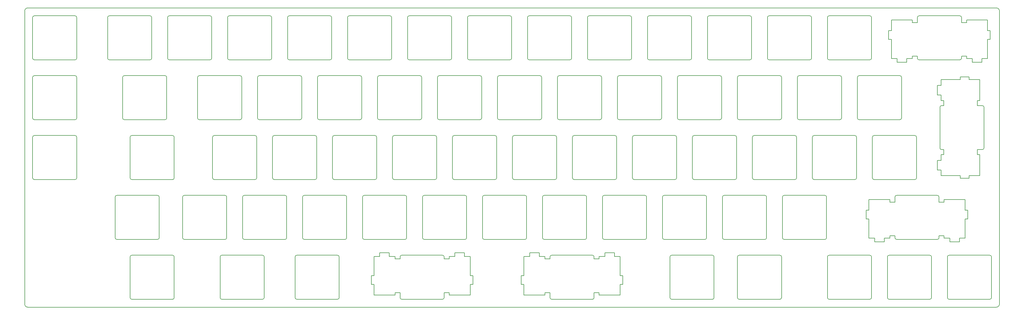
<source format=gbr>
%TF.GenerationSoftware,KiCad,Pcbnew,8.0.6*%
%TF.CreationDate,2024-12-02T20:52:06+01:00*%
%TF.ProjectId,plate,706c6174-652e-46b6-9963-61645f706362,rev?*%
%TF.SameCoordinates,Original*%
%TF.FileFunction,Profile,NP*%
%FSLAX46Y46*%
G04 Gerber Fmt 4.6, Leading zero omitted, Abs format (unit mm)*
G04 Created by KiCad (PCBNEW 8.0.6) date 2024-12-02 20:52:06*
%MOMM*%
%LPD*%
G01*
G04 APERTURE LIST*
%TA.AperFunction,Profile*%
%ADD10C,0.200000*%
%TD*%
G04 APERTURE END LIST*
D10*
X228713896Y-132832735D02*
G75*
G02*
X229213896Y-132332696I500004J35D01*
G01*
X281601396Y-184432735D02*
G75*
G02*
X281101365Y-183932735I4J500035D01*
G01*
X327693646Y-164986735D02*
X327693646Y-166155135D01*
X141107646Y-184432735D02*
G75*
G02*
X140607665Y-183932735I54J500035D01*
G01*
X324463896Y-146332735D02*
G75*
G02*
X323963865Y-145832735I4J500035D01*
G01*
X204901396Y-113782735D02*
G75*
G02*
X205401396Y-113282696I500004J35D01*
G01*
X181588896Y-165382735D02*
G75*
G02*
X181088865Y-164882735I4J500035D01*
G01*
X329226396Y-184432735D02*
G75*
G02*
X328726365Y-183932735I4J500035D01*
G01*
X235570146Y-171616135D02*
X237180746Y-171616135D01*
X180301396Y-113282735D02*
G75*
G02*
X180801365Y-113782735I4J-499965D01*
G01*
X286363896Y-146332735D02*
X299363896Y-146332735D01*
X133963896Y-132332735D02*
X146963896Y-132332735D01*
X237180746Y-170828735D02*
X238984146Y-170828735D01*
X346578546Y-121197135D02*
X345791146Y-121197135D01*
X194407146Y-170828735D02*
X196210546Y-170828735D01*
X359395146Y-136307735D02*
X359395146Y-123307735D01*
X200638896Y-165382735D02*
X213638896Y-165382735D01*
X138226396Y-94732735D02*
X138226396Y-107732735D01*
X281601396Y-184432735D02*
X294601396Y-184432735D01*
X102220146Y-170932735D02*
X102220146Y-183932735D01*
X262551396Y-113282735D02*
X275551396Y-113282735D01*
X228426396Y-94732735D02*
X228426396Y-107732735D01*
X171276396Y-107732735D02*
G75*
G02*
X170776396Y-108232696I-499996J35D01*
G01*
X116795146Y-170932735D02*
G75*
G02*
X117295146Y-170432746I499954J35D01*
G01*
X128413896Y-145832735D02*
G75*
G02*
X127913896Y-146332696I-499996J35D01*
G01*
X281101396Y-113782735D02*
X281101396Y-126782735D01*
X266526396Y-94732735D02*
X266526396Y-107732735D01*
X281601396Y-113282735D02*
X294601396Y-113282735D01*
X358084746Y-138418336D02*
X357271946Y-138418335D01*
X83957646Y-165382735D02*
G75*
G02*
X83457665Y-164882735I54J500035D01*
G01*
X358084746Y-145073135D02*
X358084746Y-138418336D01*
X187945146Y-182309535D02*
X187945146Y-183932735D01*
X172063896Y-146332735D02*
G75*
G02*
X171563865Y-145832735I4J500035D01*
G01*
X353373046Y-156096735D02*
X353373046Y-152693135D01*
X180801396Y-126782735D02*
G75*
G02*
X180301396Y-127282696I-499996J35D01*
G01*
X261263896Y-132332735D02*
G75*
G02*
X261763865Y-132832735I4J-499965D01*
G01*
X276051396Y-113782735D02*
X276051396Y-126782735D01*
X114913896Y-146332735D02*
G75*
G02*
X114413865Y-145832735I4J500035D01*
G01*
X212441146Y-179718735D02*
X213304746Y-179718735D01*
X156988896Y-164882735D02*
G75*
G02*
X156488896Y-165382696I-499996J35D01*
G01*
X342226396Y-170432735D02*
G75*
G02*
X342726365Y-170932735I4J-499965D01*
G01*
X109651396Y-113782735D02*
X109651396Y-126782735D01*
X154607646Y-170932735D02*
X154607646Y-183932735D01*
X248263896Y-146332735D02*
X261263896Y-146332735D01*
X88720146Y-184432735D02*
G75*
G02*
X88220165Y-183932735I54J500035D01*
G01*
X336640796Y-107049335D02*
X336640796Y-107836735D01*
X351887146Y-114542335D02*
X351887146Y-113678736D01*
X309388896Y-164882735D02*
G75*
G02*
X308888896Y-165382696I-499996J35D01*
G01*
X133176396Y-107732735D02*
G75*
G02*
X132676396Y-108232696I-499996J35D01*
G01*
X185851396Y-113782735D02*
X185851396Y-126782735D01*
X267313896Y-146332735D02*
G75*
G02*
X266813865Y-145832735I4J500035D01*
G01*
X204901396Y-113782735D02*
X204901396Y-126782735D01*
X358084746Y-121197135D02*
X357271946Y-121197135D01*
X289838896Y-151382735D02*
G75*
G02*
X290338865Y-151882735I4J-499965D01*
G01*
X114413896Y-132832735D02*
X114413896Y-145832735D01*
X219959546Y-183122335D02*
X219959546Y-182309535D01*
X224451396Y-127282735D02*
X237451396Y-127282735D01*
X157776396Y-108232735D02*
G75*
G02*
X157276365Y-107732735I4J500035D01*
G01*
X252526396Y-94732735D02*
X252526396Y-107732735D01*
X257288896Y-151882735D02*
G75*
G02*
X257788896Y-151382696I500004J35D01*
G01*
X101720146Y-170432735D02*
G75*
G02*
X102220165Y-170932735I-46J-500065D01*
G01*
X57763896Y-146332735D02*
G75*
G02*
X57263865Y-145832735I4J500035D01*
G01*
X286363896Y-132332735D02*
X299363896Y-132332735D01*
X114126396Y-107732735D02*
G75*
G02*
X113626396Y-108232696I-499996J35D01*
G01*
X154107646Y-170432735D02*
G75*
G02*
X154607665Y-170932735I-46J-500065D01*
G01*
X199851396Y-126782735D02*
G75*
G02*
X199351396Y-127282696I-499996J35D01*
G01*
X166513896Y-145832735D02*
G75*
G02*
X166013896Y-146332696I-499996J35D01*
G01*
X124438896Y-151382735D02*
X137438896Y-151382735D01*
X321978647Y-158890735D02*
X321978646Y-156096735D01*
X310176396Y-94232735D02*
X323176396Y-94232735D01*
X352251795Y-107732735D02*
X352252199Y-107049335D01*
X345107646Y-164882735D02*
G75*
G02*
X344607646Y-165382746I-499946J-65D01*
G01*
X238238896Y-151882735D02*
G75*
G02*
X238738896Y-151382696I500004J35D01*
G01*
X205401396Y-113282735D02*
X218401396Y-113282735D01*
X329497046Y-164199335D02*
X329497046Y-164986735D01*
X102220146Y-145832735D02*
G75*
G02*
X101720146Y-146332746I-499946J-65D01*
G01*
X55738896Y-186957735D02*
G75*
G02*
X54738865Y-185957735I4J1000035D01*
G01*
X271576396Y-94732735D02*
G75*
G02*
X272076396Y-94232696I500004J35D01*
G01*
X119176396Y-94732735D02*
G75*
G02*
X119676396Y-94232696I500004J35D01*
G01*
X304913896Y-132832735D02*
X304913896Y-145832735D01*
X299863896Y-132832735D02*
X299863896Y-145832735D01*
X191359146Y-170828735D02*
X191359146Y-169660335D01*
X114413896Y-132832735D02*
G75*
G02*
X114913896Y-132332696I500004J35D01*
G01*
X88720146Y-132332735D02*
X101720146Y-132332735D01*
X176826396Y-108232735D02*
G75*
G02*
X176326365Y-107732735I4J500035D01*
G01*
X165679746Y-170828735D02*
X165679746Y-176924735D01*
X345791147Y-138418335D02*
X345791146Y-140221735D01*
X267313896Y-132332735D02*
X280313896Y-132332735D01*
X242213896Y-132332735D02*
G75*
G02*
X242713865Y-132832735I4J-499965D01*
G01*
X261763896Y-132832735D02*
X261763896Y-145832735D01*
X290338896Y-164882735D02*
G75*
G02*
X289838896Y-165382696I-499996J35D01*
G01*
X295888896Y-165382735D02*
X308888896Y-165382735D01*
X348276396Y-184432735D02*
X361276396Y-184432735D01*
X88220146Y-132832735D02*
G75*
G02*
X88720146Y-132332746I499954J35D01*
G01*
X247763896Y-132832735D02*
X247763896Y-145832735D01*
X260170146Y-184432735D02*
G75*
G02*
X259670165Y-183932735I54J500035D01*
G01*
X359395146Y-136307735D02*
G75*
G02*
X358895146Y-136807646I-500046J135D01*
G01*
X57263896Y-113782735D02*
X57263896Y-126782735D01*
X102220146Y-183932735D02*
G75*
G02*
X101720146Y-184432746I-499946J-65D01*
G01*
X351751396Y-94232735D02*
X338751396Y-94232735D01*
X142988896Y-151882735D02*
X142988896Y-164882735D01*
X195876396Y-94232735D02*
X208876396Y-94232735D01*
X130795146Y-170932735D02*
X130795146Y-183932735D01*
X275551396Y-113282735D02*
G75*
G02*
X276051365Y-113782735I4J-499965D01*
G01*
X181588896Y-151382735D02*
X194588896Y-151382735D01*
X170776396Y-94232735D02*
G75*
G02*
X171276365Y-94732735I4J-499965D01*
G01*
X233476396Y-94732735D02*
X233476396Y-107732735D01*
X200138896Y-151882735D02*
X200138896Y-164882735D01*
X360516796Y-101740735D02*
X361380396Y-101740735D01*
X164816146Y-179718735D02*
X165679746Y-179718735D01*
X191113896Y-146332735D02*
X204113896Y-146332735D01*
X314151396Y-126782735D02*
G75*
G02*
X313651396Y-127282696I-499996J35D01*
G01*
X329985996Y-101740735D02*
X329122397Y-101740735D01*
X272076396Y-108232735D02*
G75*
G02*
X271576365Y-107732735I4J500035D01*
G01*
X166013896Y-132332735D02*
G75*
G02*
X166513865Y-132832735I4J-499965D01*
G01*
X346718246Y-164199336D02*
X346718246Y-164986734D01*
X331107645Y-164199335D02*
X329497046Y-164199335D01*
X123651396Y-126782735D02*
G75*
G02*
X123151396Y-127282696I-499996J35D01*
G01*
X271288896Y-164882735D02*
G75*
G02*
X270788896Y-165382696I-499996J35D01*
G01*
X357271946Y-138418335D02*
X357269191Y-136807735D01*
X237180746Y-183122335D02*
X237180746Y-182309535D01*
X218156146Y-170828735D02*
X218156146Y-169660335D01*
X295101396Y-170932735D02*
X295101396Y-183932735D01*
X110151396Y-113282735D02*
X123151396Y-113282735D01*
X323963896Y-132832735D02*
G75*
G02*
X324463896Y-132332696I500004J35D01*
G01*
X171276396Y-94732735D02*
X171276396Y-107732735D01*
X329122396Y-98946735D02*
X329985996Y-98946736D01*
X148251396Y-127282735D02*
X161251396Y-127282735D01*
X190326396Y-107732735D02*
G75*
G02*
X189826396Y-108232696I-499996J35D01*
G01*
X285863896Y-132832735D02*
G75*
G02*
X286363896Y-132332696I500004J35D01*
G01*
X162538896Y-165382735D02*
X175538896Y-165382735D01*
X310176396Y-184432735D02*
X323176396Y-184432735D01*
X156988896Y-151882735D02*
X156988896Y-164882735D01*
X161751396Y-126782735D02*
G75*
G02*
X161251396Y-127282696I-499996J35D01*
G01*
X57763896Y-127282735D02*
G75*
G02*
X57263865Y-126782735I4J500035D01*
G01*
X221569747Y-171616135D02*
X219959546Y-171616135D01*
X85838896Y-113782735D02*
X85838896Y-126782735D01*
X361776396Y-170932735D02*
X361776396Y-183932735D01*
X243001396Y-113782735D02*
X243001396Y-126782735D01*
X186351396Y-127282735D02*
G75*
G02*
X185851365Y-126782735I4J500035D01*
G01*
X96957646Y-151382735D02*
G75*
G02*
X97457665Y-151882735I-46J-500065D01*
G01*
X129201396Y-127282735D02*
G75*
G02*
X128701365Y-126782735I4J500035D01*
G01*
X259670146Y-170932735D02*
G75*
G02*
X260170146Y-170432746I499954J35D01*
G01*
X351887146Y-145936735D02*
X354681145Y-145936735D01*
X176038896Y-164882735D02*
G75*
G02*
X175538896Y-165382696I-499996J35D01*
G01*
X346578545Y-136808134D02*
X346578545Y-138418335D01*
X323676396Y-94732735D02*
X323676396Y-107732735D01*
X167483146Y-169660335D02*
X167483146Y-170828735D01*
X189555746Y-170828735D02*
X191359146Y-170828735D01*
X100126396Y-94732735D02*
X100126396Y-107732735D01*
X195876396Y-108232735D02*
X208876396Y-108232735D01*
X204613896Y-132832735D02*
X204613896Y-145832735D01*
X346718246Y-164986734D02*
X348521646Y-164986735D01*
X143488896Y-151382735D02*
X156488896Y-151382735D01*
X322842246Y-164986735D02*
X322842246Y-158890735D01*
X102220146Y-132832735D02*
X102220146Y-145832735D01*
X300651396Y-113282735D02*
X313651396Y-113282735D01*
X162038896Y-151882735D02*
G75*
G02*
X162538896Y-151382696I500004J35D01*
G01*
X232688896Y-151382735D02*
G75*
G02*
X233188865Y-151882735I4J-499965D01*
G01*
X162038896Y-151882735D02*
X162038896Y-164882735D01*
X137938896Y-151882735D02*
X137938896Y-164882735D01*
X337963896Y-132832735D02*
X337963896Y-145832735D01*
X153013896Y-132332735D02*
X166013896Y-132332735D01*
X272076396Y-108232735D02*
X285076396Y-108232735D01*
X229213896Y-146332735D02*
G75*
G02*
X228713865Y-145832735I4J500035D01*
G01*
X70763896Y-132332735D02*
G75*
G02*
X71263865Y-132832735I4J-499965D01*
G01*
X88220146Y-170932735D02*
X88220146Y-183932735D01*
X329122397Y-101740735D02*
X329122396Y-98946735D01*
X300151396Y-113782735D02*
X300151396Y-126782735D01*
X238238896Y-151882735D02*
X238238896Y-164882735D01*
X338251396Y-94732735D02*
G75*
G02*
X338751396Y-94232696I500004J35D01*
G01*
X348276396Y-170432735D02*
X361276396Y-170432735D01*
X57263896Y-94732735D02*
X57263896Y-107732735D01*
X105388896Y-165382735D02*
G75*
G02*
X104888865Y-164882735I4J500035D01*
G01*
X276338896Y-151882735D02*
X276338896Y-164882735D01*
X153013896Y-146332735D02*
X166013896Y-146332735D01*
X346718246Y-153505935D02*
X345107646Y-153508690D01*
X286363896Y-146332735D02*
G75*
G02*
X285863865Y-145832735I4J500035D01*
G01*
X186351396Y-127282735D02*
X199351396Y-127282735D01*
X157276396Y-94732735D02*
X157276396Y-107732735D01*
X143488896Y-165382735D02*
G75*
G02*
X142988865Y-164882735I4J500035D01*
G01*
X110151396Y-127282735D02*
G75*
G02*
X109651365Y-126782735I4J500035D01*
G01*
X229213896Y-132332735D02*
X242213896Y-132332735D01*
X88220146Y-170932735D02*
G75*
G02*
X88720146Y-170432746I499954J35D01*
G01*
X57763896Y-146332735D02*
X70763896Y-146332735D01*
X309676396Y-170932735D02*
G75*
G02*
X310176396Y-170432696I500004J35D01*
G01*
X165679746Y-176924735D02*
X164816146Y-176924735D01*
X267313896Y-146332735D02*
X280313896Y-146332735D01*
X57763896Y-132332735D02*
X70763896Y-132332735D01*
X212441146Y-176924735D02*
X212441146Y-179718735D01*
X137438896Y-151382735D02*
G75*
G02*
X137938865Y-151882735I4J-499965D01*
G01*
X305413896Y-146332735D02*
X318413896Y-146332735D01*
X243835546Y-170828735D02*
X243835546Y-176924735D01*
X272076396Y-94232735D02*
X285076396Y-94232735D01*
X304626396Y-107732735D02*
G75*
G02*
X304126396Y-108232696I-499996J35D01*
G01*
X88720146Y-146332735D02*
G75*
G02*
X88220165Y-145832735I54J500035D01*
G01*
X167301396Y-113282735D02*
X180301396Y-113282735D01*
X156488896Y-151382735D02*
G75*
G02*
X156988865Y-151882735I4J-499965D01*
G01*
X181088896Y-151882735D02*
X181088896Y-164882735D01*
X291126396Y-108232735D02*
G75*
G02*
X290626365Y-107732735I4J500035D01*
G01*
X109651396Y-113782735D02*
G75*
G02*
X110151396Y-113282696I500004J35D01*
G01*
X124438896Y-165382735D02*
X137438896Y-165382735D01*
X256501396Y-113282735D02*
G75*
G02*
X257001365Y-113782735I4J-499965D01*
G01*
X228426396Y-107732735D02*
G75*
G02*
X227926396Y-108232696I-499996J35D01*
G01*
X336640796Y-107836735D02*
X334837396Y-107836735D01*
X114913896Y-132332735D02*
X127913896Y-132332735D01*
X119176396Y-94732735D02*
X119176396Y-107732735D01*
X187945146Y-183932735D02*
G75*
G02*
X187445146Y-184432746I-499946J-65D01*
G01*
X101720146Y-132332735D02*
G75*
G02*
X102220165Y-132832735I-46J-500065D01*
G01*
X214138896Y-151882735D02*
X214138896Y-164882735D01*
X319701396Y-127282735D02*
X332701396Y-127282735D01*
X173944747Y-171616135D02*
X172334546Y-171616135D01*
X238738896Y-151382735D02*
X251738896Y-151382735D01*
X310176396Y-184432735D02*
G75*
G02*
X309676365Y-183932735I4J500035D01*
G01*
X345791146Y-116345734D02*
X345791146Y-114542335D01*
X176326396Y-94732735D02*
X176326396Y-107732735D01*
X71263896Y-113782735D02*
X71263896Y-126782735D01*
X310176396Y-108232735D02*
X323176396Y-108232735D01*
X333201396Y-126782735D02*
G75*
G02*
X332701396Y-127282696I-499996J35D01*
G01*
X189555746Y-171616135D02*
X189555746Y-170828735D01*
X146963896Y-132332735D02*
G75*
G02*
X147463865Y-132832735I4J-499965D01*
G01*
X295888896Y-165382735D02*
G75*
G02*
X295388865Y-164882735I4J500035D01*
G01*
X223663896Y-145832735D02*
G75*
G02*
X223163896Y-146332696I-499996J35D01*
G01*
X209663896Y-132832735D02*
X209663896Y-145832735D01*
X354681145Y-145936735D02*
X354681146Y-145073135D01*
X337963896Y-145832735D02*
G75*
G02*
X337463896Y-146332696I-499996J35D01*
G01*
X361276396Y-170432735D02*
G75*
G02*
X361776365Y-170932735I4J-499965D01*
G01*
X345395146Y-123307735D02*
G75*
G02*
X345895146Y-122807746I500054J-65D01*
G01*
X214926396Y-108232735D02*
G75*
G02*
X214426365Y-107732735I4J500035D01*
G01*
X338251396Y-107732735D02*
X338251395Y-107049335D01*
X118888896Y-151882735D02*
X118888896Y-164882735D01*
X361776396Y-183932735D02*
G75*
G02*
X361276396Y-184432696I-499996J35D01*
G01*
X257001396Y-113782735D02*
X257001396Y-126782735D01*
X248263896Y-146332735D02*
G75*
G02*
X247763865Y-145832735I4J500035D01*
G01*
X189555746Y-183122335D02*
X189555746Y-182309535D01*
X138726396Y-94232735D02*
X151726396Y-94232735D01*
X253026396Y-94232735D02*
X266026396Y-94232735D01*
X124438896Y-165382735D02*
G75*
G02*
X123938865Y-164882735I4J500035D01*
G01*
X204113896Y-132332735D02*
G75*
G02*
X204613865Y-132832735I4J-499965D01*
G01*
X233976396Y-108232735D02*
G75*
G02*
X233476365Y-107732735I4J500035D01*
G01*
X176038896Y-151882735D02*
X176038896Y-164882735D01*
X329226396Y-184432735D02*
X342226396Y-184432735D01*
X242032146Y-170828735D02*
X243835546Y-170828735D01*
X246976396Y-94232735D02*
G75*
G02*
X247476365Y-94732735I4J-499965D01*
G01*
X345895146Y-122807735D02*
X346578546Y-122807734D01*
X273670146Y-183932735D02*
G75*
G02*
X273170146Y-184432746I-499946J-65D01*
G01*
X83957646Y-151382735D02*
X96957646Y-151382735D01*
X180801396Y-113782735D02*
X180801396Y-126782735D01*
X181588896Y-165382735D02*
X194588896Y-165382735D01*
X345791146Y-145073135D02*
X351887146Y-145073135D01*
X167483146Y-170828735D02*
X165679746Y-170828735D01*
X338751396Y-108232735D02*
G75*
G02*
X338251365Y-107732735I104J500135D01*
G01*
X221570146Y-170932735D02*
G75*
G02*
X222070146Y-170432746I499954J35D01*
G01*
X152513896Y-132832735D02*
G75*
G02*
X153013896Y-132332696I500004J35D01*
G01*
X294601396Y-113282735D02*
G75*
G02*
X295101365Y-113782735I4J-499965D01*
G01*
X174445146Y-170432735D02*
X187445146Y-170432735D01*
X261763896Y-145832735D02*
G75*
G02*
X261263896Y-146332696I-499996J35D01*
G01*
X334837396Y-109005135D02*
X331789396Y-109005135D01*
X338251396Y-96355935D02*
X338251396Y-94732735D01*
X244699146Y-179718735D02*
X243835546Y-179718735D01*
X209663896Y-132832735D02*
G75*
G02*
X210163896Y-132332696I500004J35D01*
G01*
X114913896Y-146332735D02*
X127913896Y-146332735D01*
X243501396Y-127282735D02*
X256501396Y-127282735D01*
X237180746Y-182309535D02*
X235570146Y-182309535D01*
X295388896Y-151882735D02*
X295388896Y-164882735D01*
X271288896Y-151882735D02*
X271288896Y-164882735D01*
X199851396Y-113782735D02*
X199851396Y-126782735D01*
X300651396Y-127282735D02*
X313651396Y-127282735D01*
X329985996Y-98946735D02*
X329985996Y-95543135D01*
X55738896Y-91707735D02*
X363301396Y-91707735D01*
X123938896Y-151882735D02*
G75*
G02*
X124438896Y-151382696I500004J35D01*
G01*
X266813896Y-132832735D02*
X266813896Y-145832735D01*
X305413896Y-146332735D02*
G75*
G02*
X304913865Y-145832735I4J500035D01*
G01*
X186351396Y-113282735D02*
X199351396Y-113282735D01*
X299363896Y-132332735D02*
G75*
G02*
X299863865Y-132832735I4J-499965D01*
G01*
X95076396Y-107732735D02*
G75*
G02*
X94576396Y-108232696I-499996J35D01*
G01*
X351887146Y-113678736D02*
X354681146Y-113678735D01*
X305413896Y-132332735D02*
X318413896Y-132332735D01*
X209376396Y-107732735D02*
G75*
G02*
X208876396Y-108232696I-499996J35D01*
G01*
X348521646Y-164986735D02*
X348521645Y-166155135D01*
X323963896Y-132832735D02*
X323963896Y-145832735D01*
X243835546Y-183122335D02*
X237180746Y-183122335D01*
X300651396Y-127282735D02*
G75*
G02*
X300151365Y-126782735I4J500035D01*
G01*
X195088896Y-151882735D02*
X195088896Y-164882735D01*
X309676396Y-94732735D02*
G75*
G02*
X310176396Y-94232696I500004J35D01*
G01*
X329226396Y-170432735D02*
X342226396Y-170432735D01*
X281101396Y-113782735D02*
G75*
G02*
X281601396Y-113282696I500004J35D01*
G01*
X57763896Y-127282735D02*
X70763896Y-127282735D01*
X133963896Y-146332735D02*
X146963896Y-146332735D01*
X147463896Y-132832735D02*
X147463896Y-145832735D01*
X187945146Y-171616135D02*
X189555746Y-171616135D01*
X189826396Y-94232735D02*
G75*
G02*
X190326365Y-94732735I4J-499965D01*
G01*
X353373046Y-164986735D02*
X353373046Y-158890735D01*
X133963896Y-146332735D02*
G75*
G02*
X133463865Y-145832735I4J500035D01*
G01*
X259670146Y-170932735D02*
X259670146Y-183932735D01*
X215108146Y-169660335D02*
X215108146Y-170828735D01*
X71263896Y-107732735D02*
G75*
G02*
X70763896Y-108232696I-499996J35D01*
G01*
X319701396Y-127282735D02*
G75*
G02*
X319201365Y-126782735I4J500035D01*
G01*
X191359146Y-169660335D02*
X194407146Y-169660335D01*
X243835546Y-179718735D02*
X243835546Y-183122335D01*
X55738896Y-186957735D02*
X363301396Y-186957735D01*
X290626396Y-94732735D02*
X290626396Y-107732735D01*
X235570146Y-182309535D02*
X235570146Y-183932735D01*
X344607646Y-151382735D02*
X331607646Y-151382735D01*
X336640796Y-95543135D02*
X336640796Y-96355935D01*
X142988896Y-151882735D02*
G75*
G02*
X143488896Y-151382696I500004J35D01*
G01*
X213304746Y-176924735D02*
X212441146Y-176924735D01*
X247476396Y-94732735D02*
X247476396Y-107732735D01*
X142701396Y-126782735D02*
G75*
G02*
X142201396Y-127282696I-499996J35D01*
G01*
X190613896Y-132832735D02*
X190613896Y-145832735D01*
X304913896Y-132832735D02*
G75*
G02*
X305413896Y-132332696I500004J35D01*
G01*
X218901396Y-126782735D02*
G75*
G02*
X218401396Y-127282696I-499996J35D01*
G01*
X219959546Y-171616135D02*
X219959546Y-170828735D01*
X354681146Y-145073135D02*
X358084746Y-145073135D01*
X208876396Y-94232735D02*
G75*
G02*
X209376365Y-94732735I4J-499965D01*
G01*
X221570146Y-182306780D02*
X221570146Y-183932735D01*
X346578545Y-138418335D02*
X345791147Y-138418335D01*
X345791146Y-140221735D02*
X344622746Y-140221734D01*
X172063896Y-146332735D02*
X185063896Y-146332735D01*
X310176396Y-108232735D02*
G75*
G02*
X309676365Y-107732735I4J500035D01*
G01*
X127913896Y-132332735D02*
G75*
G02*
X128413865Y-132832735I4J-499965D01*
G01*
X153013896Y-146332735D02*
G75*
G02*
X152513865Y-145832735I4J500035D01*
G01*
X294601396Y-170432735D02*
G75*
G02*
X295101365Y-170932735I4J-499965D01*
G01*
X329985996Y-107836735D02*
X329985996Y-101740735D01*
X344607646Y-151382735D02*
G75*
G02*
X345107665Y-151882735I-46J-500065D01*
G01*
X86338896Y-127282735D02*
X99338896Y-127282735D01*
X242713896Y-132832735D02*
X242713896Y-145832735D01*
X117295146Y-184432735D02*
X130295146Y-184432735D01*
X147751396Y-113782735D02*
G75*
G02*
X148251396Y-113282696I500004J35D01*
G01*
X235070146Y-170432735D02*
G75*
G02*
X235570165Y-170932735I-46J-500065D01*
G01*
X81576396Y-108232735D02*
X94576396Y-108232735D01*
X329985996Y-95543135D02*
X336640796Y-95543135D01*
X331107646Y-151882735D02*
G75*
G02*
X331607646Y-151382746I499954J35D01*
G01*
X123151396Y-113282735D02*
G75*
G02*
X123651365Y-113782735I4J-499965D01*
G01*
X358084746Y-114542335D02*
X358084746Y-121197135D01*
X94576396Y-94232735D02*
G75*
G02*
X95076365Y-94732735I4J-499965D01*
G01*
X110151396Y-127282735D02*
X123151396Y-127282735D01*
X191113896Y-132332735D02*
X204113896Y-132332735D01*
X353861996Y-107836734D02*
X355665396Y-107836735D01*
X161751396Y-113782735D02*
X161751396Y-126782735D01*
X324463896Y-146332735D02*
X337463896Y-146332735D01*
X71263896Y-132832735D02*
X71263896Y-145832735D01*
X342726396Y-170932735D02*
X342726396Y-183932735D01*
X142201396Y-113282735D02*
G75*
G02*
X142701365Y-113782735I4J-499965D01*
G01*
X214926396Y-94232735D02*
X227926396Y-94232735D01*
X228713896Y-132832735D02*
X228713896Y-145832735D01*
X295101396Y-113782735D02*
X295101396Y-126782735D01*
X128701396Y-113782735D02*
X128701396Y-126782735D01*
X133463896Y-132832735D02*
G75*
G02*
X133963896Y-132332696I500004J35D01*
G01*
X262551396Y-127282735D02*
X275551396Y-127282735D01*
X214926396Y-108232735D02*
X227926396Y-108232735D01*
X210163896Y-132332735D02*
X223163896Y-132332735D01*
X190613896Y-132832735D02*
G75*
G02*
X191113896Y-132332696I500004J35D01*
G01*
X219959546Y-182309535D02*
X221570146Y-182306780D01*
X189555746Y-182309535D02*
X187945146Y-182309535D01*
X81576396Y-94232735D02*
X94576396Y-94232735D01*
X219688896Y-165382735D02*
X232688896Y-165382735D01*
X257288896Y-151882735D02*
X257288896Y-164882735D01*
X223951396Y-113782735D02*
G75*
G02*
X224451396Y-113282696I500004J35D01*
G01*
X358895146Y-122807735D02*
G75*
G02*
X359395165Y-123307735I54J-499965D01*
G01*
X176826396Y-108232735D02*
X189826396Y-108232735D01*
X187945146Y-170932735D02*
X187945146Y-171616135D01*
X345108045Y-164199336D02*
X346718246Y-164199336D01*
X100626396Y-108232735D02*
X113626396Y-108232735D01*
X262051396Y-113782735D02*
G75*
G02*
X262551396Y-113282696I500004J35D01*
G01*
X354681146Y-114542335D02*
X358084746Y-114542335D01*
X222070146Y-170432735D02*
X235070146Y-170432735D01*
X309676396Y-94732735D02*
X309676396Y-107732735D01*
X205401396Y-127282735D02*
X218401396Y-127282735D01*
X196210546Y-179718735D02*
X196210546Y-183122335D01*
X357271946Y-122807735D02*
X358895146Y-122807735D01*
X295388896Y-151882735D02*
G75*
G02*
X295888896Y-151382696I500004J35D01*
G01*
X213638896Y-151382735D02*
G75*
G02*
X214138865Y-151882735I4J-499965D01*
G01*
X164816146Y-176924735D02*
X164816146Y-179718735D01*
X354681146Y-113678735D02*
X354681145Y-114542335D01*
X185851396Y-113782735D02*
G75*
G02*
X186351396Y-113282696I500004J35D01*
G01*
X324463896Y-132332735D02*
X337463896Y-132332735D01*
X309388896Y-151882735D02*
X309388896Y-164882735D01*
X190326396Y-94732735D02*
X190326396Y-107732735D01*
X354236646Y-156096736D02*
X353373046Y-156096735D01*
X242032146Y-169660335D02*
X242032146Y-170828735D01*
X257788896Y-151382735D02*
X270788896Y-151382735D01*
X329497046Y-152693135D02*
X329497046Y-153505935D01*
X88720146Y-146332735D02*
X101720146Y-146332735D01*
X344622746Y-143269735D02*
X345791146Y-143269735D01*
X238984146Y-169660335D02*
X242032146Y-169660335D01*
X353373046Y-158890735D02*
X354236646Y-158890735D01*
X323176396Y-94232735D02*
G75*
G02*
X323676365Y-94732735I4J-499965D01*
G01*
X70763896Y-94232735D02*
G75*
G02*
X71263865Y-94732735I4J-499965D01*
G01*
X224451396Y-127282735D02*
G75*
G02*
X223951365Y-126782735I4J500035D01*
G01*
X57263896Y-132832735D02*
G75*
G02*
X57763896Y-132332696I500004J35D01*
G01*
X113626396Y-94232735D02*
G75*
G02*
X114126365Y-94732735I4J-499965D01*
G01*
X262551396Y-127282735D02*
G75*
G02*
X262051365Y-126782735I4J500035D01*
G01*
X117295146Y-184432735D02*
G75*
G02*
X116795165Y-183932735I54J500035D01*
G01*
X185563896Y-145832735D02*
G75*
G02*
X185063896Y-146332696I-499996J35D01*
G01*
X243001396Y-113782735D02*
G75*
G02*
X243501396Y-113282696I500004J35D01*
G01*
X244699146Y-176924735D02*
X244699146Y-179718735D01*
X147463896Y-145832735D02*
G75*
G02*
X146963896Y-146332696I-499996J35D01*
G01*
X271576396Y-94732735D02*
X271576396Y-107732735D01*
X229213896Y-146332735D02*
X242213896Y-146332735D01*
X348521645Y-166155135D02*
X351569646Y-166155135D01*
X200138896Y-151882735D02*
G75*
G02*
X200638896Y-151382696I500004J35D01*
G01*
X116795146Y-170932735D02*
X116795146Y-183932735D01*
X218401396Y-113282735D02*
G75*
G02*
X218901365Y-113782735I4J-499965D01*
G01*
X328726396Y-170932735D02*
G75*
G02*
X329226396Y-170432696I500004J35D01*
G01*
X238984146Y-170828735D02*
X238984146Y-169660335D01*
X129201396Y-113282735D02*
X142201396Y-113282735D01*
X355665395Y-109005135D02*
X358713396Y-109005135D01*
X353861996Y-96355935D02*
X352251396Y-96358690D01*
X167301396Y-127282735D02*
G75*
G02*
X166801365Y-126782735I4J500035D01*
G01*
X83957646Y-165382735D02*
X96957646Y-165382735D01*
X295101396Y-183932735D02*
G75*
G02*
X294601396Y-184432696I-499996J35D01*
G01*
X252526396Y-94732735D02*
G75*
G02*
X253026396Y-94232696I500004J35D01*
G01*
X344622746Y-119393735D02*
X344622746Y-116345735D01*
X345108045Y-164882735D02*
X345108449Y-164199335D01*
X200638896Y-151382735D02*
X213638896Y-151382735D01*
X132676396Y-94232735D02*
G75*
G02*
X133176365Y-94732735I4J-499965D01*
G01*
X280313896Y-132332735D02*
G75*
G02*
X280813865Y-132832735I4J-499965D01*
G01*
X322842246Y-156096735D02*
X322842246Y-152693135D01*
X237951396Y-113782735D02*
X237951396Y-126782735D01*
X219188896Y-151882735D02*
G75*
G02*
X219688896Y-151382696I500004J35D01*
G01*
X197074146Y-179718735D02*
X196210546Y-179718735D01*
X345107646Y-153508690D02*
X345107646Y-151882735D01*
X238738896Y-165382735D02*
G75*
G02*
X238238865Y-164882735I4J500035D01*
G01*
X99838896Y-113782735D02*
X99838896Y-126782735D01*
X331107646Y-164882735D02*
X331107645Y-164199335D01*
X157776396Y-94232735D02*
X170776396Y-94232735D01*
X148251396Y-113282735D02*
X161251396Y-113282735D01*
X99338896Y-113282735D02*
G75*
G02*
X99838865Y-113782735I4J-499965D01*
G01*
X276838896Y-165382735D02*
X289838896Y-165382735D01*
X353861996Y-107049336D02*
X353861996Y-107836734D01*
X322842246Y-158890735D02*
X321978647Y-158890735D01*
X345895146Y-136808134D02*
X346578546Y-136808538D01*
X162538896Y-165382735D02*
G75*
G02*
X162038865Y-164882735I4J500035D01*
G01*
X174445146Y-184432735D02*
X187445146Y-184432735D01*
X333201396Y-113782735D02*
X333201396Y-126782735D01*
X157776396Y-108232735D02*
X170776396Y-108232735D01*
X328726396Y-170932735D02*
X328726396Y-183932735D01*
X223663896Y-132832735D02*
X223663896Y-145832735D01*
X318413896Y-132332735D02*
G75*
G02*
X318913865Y-132832735I4J-499965D01*
G01*
X313651396Y-113282735D02*
G75*
G02*
X314151365Y-113782735I4J-499965D01*
G01*
X214426396Y-94732735D02*
G75*
G02*
X214926396Y-94232696I500004J35D01*
G01*
X310176396Y-170432735D02*
X323176396Y-170432735D01*
X235570146Y-170932735D02*
X235570146Y-171616135D01*
X266526396Y-107732735D02*
G75*
G02*
X266026396Y-108232696I-499996J35D01*
G01*
X243835546Y-176924735D02*
X244699146Y-176924735D01*
X346718247Y-152693135D02*
X346718246Y-153505935D01*
X176826396Y-94232735D02*
X189826396Y-94232735D01*
X181088896Y-151882735D02*
G75*
G02*
X181588896Y-151382696I500004J35D01*
G01*
X344607646Y-165382735D02*
X331607646Y-165382735D01*
X233976396Y-108232735D02*
X246976396Y-108232735D01*
X290338896Y-151882735D02*
X290338896Y-164882735D01*
X118388896Y-151382735D02*
G75*
G02*
X118888865Y-151882735I4J-499965D01*
G01*
X280813896Y-145832735D02*
G75*
G02*
X280313896Y-146332696I-499996J35D01*
G01*
X270788896Y-151382735D02*
G75*
G02*
X271288865Y-151882735I4J-499965D01*
G01*
X129201396Y-127282735D02*
X142201396Y-127282735D01*
X54738896Y-92707735D02*
G75*
G02*
X55738896Y-91707796I999904J35D01*
G01*
X196210546Y-183122335D02*
X189555746Y-183122335D01*
X260170146Y-170432735D02*
X273170146Y-170432735D01*
X352251396Y-107732735D02*
G75*
G02*
X351751396Y-108232796I-499996J-65D01*
G01*
X71263896Y-126782735D02*
G75*
G02*
X70763896Y-127282696I-499996J35D01*
G01*
X257788896Y-165382735D02*
X270788896Y-165382735D01*
X345791146Y-119393735D02*
X344622746Y-119393735D01*
X308888896Y-151382735D02*
G75*
G02*
X309388865Y-151882735I4J-499965D01*
G01*
X257001396Y-126782735D02*
G75*
G02*
X256501396Y-127282696I-499996J35D01*
G01*
X140607646Y-170932735D02*
X140607646Y-183932735D01*
X224451396Y-113282735D02*
X237451396Y-113282735D01*
X187445146Y-170432735D02*
G75*
G02*
X187945165Y-170932735I-46J-500065D01*
G01*
X295888896Y-151382735D02*
X308888896Y-151382735D01*
X285076396Y-94232735D02*
G75*
G02*
X285576365Y-94732735I4J-499965D01*
G01*
X194588896Y-151382735D02*
G75*
G02*
X195088865Y-151882735I4J-499965D01*
G01*
X262051396Y-113782735D02*
X262051396Y-126782735D01*
X118888896Y-164882735D02*
G75*
G02*
X118388896Y-165382696I-499996J35D01*
G01*
X195876396Y-108232735D02*
G75*
G02*
X195376365Y-107732735I4J500035D01*
G01*
X86338896Y-127282735D02*
G75*
G02*
X85838865Y-126782735I4J500035D01*
G01*
X152226396Y-94732735D02*
X152226396Y-107732735D01*
X266026396Y-94232735D02*
G75*
G02*
X266526365Y-94732735I4J-499965D01*
G01*
X253026396Y-108232735D02*
G75*
G02*
X252526365Y-107732735I4J500035D01*
G01*
X97457646Y-164882735D02*
G75*
G02*
X96957646Y-165382746I-499946J-65D01*
G01*
X81576396Y-108232735D02*
G75*
G02*
X81076365Y-107732735I4J500035D01*
G01*
X331789396Y-109005135D02*
X331789395Y-107836735D01*
X147751396Y-113782735D02*
X147751396Y-126782735D01*
X361380396Y-98946736D02*
X360516796Y-98946735D01*
X291126396Y-94232735D02*
X304126396Y-94232735D01*
X318913896Y-145832735D02*
G75*
G02*
X318413896Y-146332696I-499996J35D01*
G01*
X100126396Y-94732735D02*
G75*
G02*
X100626396Y-94232696I500004J35D01*
G01*
X344622746Y-140221734D02*
X344622746Y-143269735D01*
X148251396Y-127282735D02*
G75*
G02*
X147751365Y-126782735I4J500035D01*
G01*
X295101396Y-126782735D02*
G75*
G02*
X294601396Y-127282696I-499996J35D01*
G01*
X166513896Y-132832735D02*
X166513896Y-145832735D01*
X360516796Y-95543135D02*
X353861997Y-95543135D01*
X281101396Y-170932735D02*
X281101396Y-183932735D01*
X360516796Y-98946735D02*
X360516796Y-95543135D01*
X57263896Y-113782735D02*
G75*
G02*
X57763896Y-113282696I500004J35D01*
G01*
X165679746Y-179718735D02*
X165679746Y-183122335D01*
X157276396Y-94732735D02*
G75*
G02*
X157776396Y-94232696I500004J35D01*
G01*
X95076396Y-94732735D02*
X95076396Y-107732735D01*
X214426396Y-94732735D02*
X214426396Y-107732735D01*
X57763896Y-108232735D02*
X70763896Y-108232735D01*
X81076396Y-94732735D02*
G75*
G02*
X81576396Y-94232696I500004J35D01*
G01*
X114126396Y-94732735D02*
X114126396Y-107732735D01*
X152226396Y-107732735D02*
G75*
G02*
X151726396Y-108232696I-499996J35D01*
G01*
X357271946Y-121197135D02*
X357271946Y-122807735D01*
X329497046Y-153505935D02*
X331107646Y-153505935D01*
X252238896Y-151882735D02*
X252238896Y-164882735D01*
X88220146Y-132832735D02*
X88220146Y-145832735D01*
X321978646Y-156096735D02*
X322842246Y-156096736D01*
X172334546Y-182309535D02*
X173945146Y-182306780D01*
X336640796Y-96355935D02*
X338251396Y-96355935D01*
X353861997Y-95543135D02*
X353861996Y-96355935D01*
X345791146Y-114542335D02*
X351887146Y-114542335D01*
X233976396Y-94232735D02*
X246976396Y-94232735D01*
X233476396Y-94732735D02*
G75*
G02*
X233976396Y-94232696I500004J35D01*
G01*
X173945146Y-170932735D02*
G75*
G02*
X174445146Y-170432746I499954J35D01*
G01*
X347776396Y-170932735D02*
X347776396Y-183932735D01*
X285576396Y-107732735D02*
G75*
G02*
X285076396Y-108232696I-499996J35D01*
G01*
X123938896Y-151882735D02*
X123938896Y-164882735D01*
X165679746Y-183122335D02*
X172334546Y-183122335D01*
X276338896Y-151882735D02*
G75*
G02*
X276838896Y-151382696I500004J35D01*
G01*
X237451396Y-113282735D02*
G75*
G02*
X237951365Y-113782735I4J-499965D01*
G01*
X215108146Y-170828735D02*
X213304746Y-170828735D01*
X54738896Y-185957735D02*
X54738896Y-92707735D01*
X173945146Y-182306780D02*
X173945146Y-183932735D01*
X119676396Y-108232735D02*
G75*
G02*
X119176365Y-107732735I4J500035D01*
G01*
X304626396Y-94732735D02*
X304626396Y-107732735D01*
X281601396Y-170432735D02*
X294601396Y-170432735D01*
X57263896Y-132832735D02*
X57263896Y-145832735D01*
X219959546Y-170828735D02*
X218156146Y-170828735D01*
X276838896Y-151382735D02*
X289838896Y-151382735D01*
X128701396Y-113782735D02*
G75*
G02*
X129201396Y-113282696I500004J35D01*
G01*
X345895146Y-136807735D02*
G75*
G02*
X345395165Y-136307735I-46J499935D01*
G01*
X194407146Y-169660335D02*
X194407146Y-170828735D01*
X352251795Y-107049336D02*
X353861996Y-107049336D01*
X197074146Y-176924735D02*
X197074146Y-179718735D01*
X273670146Y-170932735D02*
X273670146Y-183932735D01*
X299863896Y-145832735D02*
G75*
G02*
X299363896Y-146332696I-499996J35D01*
G01*
X213304746Y-170828735D02*
X213304746Y-176924735D01*
X329497046Y-164986735D02*
X327693646Y-164986735D01*
X237180746Y-171616135D02*
X237180746Y-170828735D01*
X196210546Y-170828735D02*
X196210546Y-176924735D01*
X247476396Y-107732735D02*
G75*
G02*
X246976396Y-108232696I-499996J35D01*
G01*
X172334546Y-170828735D02*
X170531146Y-170828735D01*
X219688896Y-165382735D02*
G75*
G02*
X219188865Y-164882735I4J500035D01*
G01*
X140607646Y-170932735D02*
G75*
G02*
X141107646Y-170432746I499954J35D01*
G01*
X353373046Y-152693135D02*
X346718247Y-152693135D01*
X251738896Y-151382735D02*
G75*
G02*
X252238865Y-151882735I4J-499965D01*
G01*
X280813896Y-132832735D02*
X280813896Y-145832735D01*
X83457646Y-151882735D02*
G75*
G02*
X83957646Y-151382746I499954J35D01*
G01*
X138726396Y-108232735D02*
X151726396Y-108232735D01*
X166801396Y-113782735D02*
X166801396Y-126782735D01*
X175538896Y-151382735D02*
G75*
G02*
X176038865Y-151882735I4J-499965D01*
G01*
X360516796Y-107836735D02*
X360516796Y-101740735D01*
X227926396Y-94232735D02*
G75*
G02*
X228426365Y-94732735I4J-499965D01*
G01*
X117295146Y-170432735D02*
X130295146Y-170432735D01*
X233188896Y-151882735D02*
X233188896Y-164882735D01*
X338251395Y-107049335D02*
X336640796Y-107049335D01*
X281101396Y-170932735D02*
G75*
G02*
X281601396Y-170432696I500004J35D01*
G01*
X348276396Y-184432735D02*
G75*
G02*
X347776365Y-183932735I4J500035D01*
G01*
X327693646Y-166155135D02*
X324645646Y-166155135D01*
X214138896Y-164882735D02*
G75*
G02*
X213638896Y-165382696I-499996J35D01*
G01*
X243501396Y-127282735D02*
G75*
G02*
X243001365Y-126782735I4J500035D01*
G01*
X85838896Y-113782735D02*
G75*
G02*
X86338896Y-113282696I500004J35D01*
G01*
X57763896Y-113282735D02*
X70763896Y-113282735D01*
X104888896Y-151882735D02*
X104888896Y-164882735D01*
X100626396Y-94232735D02*
X113626396Y-94232735D01*
X83457646Y-151882735D02*
X83457646Y-164882735D01*
X337463896Y-132332735D02*
G75*
G02*
X337963865Y-132832735I4J-499965D01*
G01*
X351751396Y-94232735D02*
G75*
G02*
X352251365Y-94732735I-96J-500065D01*
G01*
X281601396Y-127282735D02*
X294601396Y-127282735D01*
X334837396Y-107836735D02*
X334837396Y-109005135D01*
X130795146Y-183932735D02*
G75*
G02*
X130295146Y-184432746I-499946J-65D01*
G01*
X358713396Y-109005135D02*
X358713396Y-107836735D01*
X161251396Y-113282735D02*
G75*
G02*
X161751365Y-113782735I4J-499965D01*
G01*
X171563896Y-132832735D02*
G75*
G02*
X172063896Y-132332696I500004J35D01*
G01*
X276838896Y-165382735D02*
G75*
G02*
X276338865Y-164882735I4J500035D01*
G01*
X319201396Y-113782735D02*
G75*
G02*
X319701396Y-113282696I500004J35D01*
G01*
X97457646Y-151882735D02*
X97457646Y-164882735D01*
X247763896Y-132832735D02*
G75*
G02*
X248263896Y-132332696I500004J35D01*
G01*
X218901396Y-113782735D02*
X218901396Y-126782735D01*
X170531146Y-169660335D02*
X167483146Y-169660335D01*
X221569747Y-170932735D02*
X221569343Y-171616135D01*
X223951396Y-113782735D02*
X223951396Y-126782735D01*
X57763896Y-108232735D02*
G75*
G02*
X57263865Y-107732735I4J500035D01*
G01*
X176326396Y-94732735D02*
G75*
G02*
X176826396Y-94232696I500004J35D01*
G01*
X237951396Y-126782735D02*
G75*
G02*
X237451396Y-127282696I-499996J35D01*
G01*
X100626396Y-108232735D02*
G75*
G02*
X100126365Y-107732735I4J500035D01*
G01*
X222070146Y-184432735D02*
G75*
G02*
X221570065Y-183932735I54J500135D01*
G01*
X238738896Y-165382735D02*
X251738896Y-165382735D01*
X166801396Y-113782735D02*
G75*
G02*
X167301396Y-113282696I500004J35D01*
G01*
X331107646Y-153505935D02*
X331107646Y-151882735D01*
X243501396Y-113282735D02*
X256501396Y-113282735D01*
X318913896Y-132832735D02*
X318913896Y-145832735D01*
X205401396Y-127282735D02*
G75*
G02*
X204901365Y-126782735I4J500035D01*
G01*
X57263896Y-94732735D02*
G75*
G02*
X57763896Y-94232696I500004J35D01*
G01*
X342726396Y-183932735D02*
G75*
G02*
X342226396Y-184432696I-499996J35D01*
G01*
X210163896Y-146332735D02*
X223163896Y-146332735D01*
X81076396Y-94732735D02*
X81076396Y-107732735D01*
X104888896Y-151882735D02*
G75*
G02*
X105388896Y-151382696I500004J35D01*
G01*
X248263896Y-132332735D02*
X261263896Y-132332735D01*
X357269191Y-136807735D02*
X358895146Y-136807735D01*
X324645645Y-164986735D02*
X322842246Y-164986735D01*
X351569646Y-164986735D02*
X353373046Y-164986735D01*
X273170146Y-170432735D02*
G75*
G02*
X273670165Y-170932735I-46J-500065D01*
G01*
X191113896Y-146332735D02*
G75*
G02*
X190613865Y-145832735I4J500035D01*
G01*
X162538896Y-151382735D02*
X175538896Y-151382735D01*
X300151396Y-113782735D02*
G75*
G02*
X300651396Y-113282696I500004J35D01*
G01*
X323676396Y-107732735D02*
G75*
G02*
X323176396Y-108232696I-499996J35D01*
G01*
X204613896Y-145832735D02*
G75*
G02*
X204113896Y-146332696I-499996J35D01*
G01*
X363301396Y-91707735D02*
G75*
G02*
X364301365Y-92707735I4J-999965D01*
G01*
X266813896Y-132832735D02*
G75*
G02*
X267313896Y-132332696I500004J35D01*
G01*
X130295146Y-170432735D02*
G75*
G02*
X130795165Y-170932735I-46J-500065D01*
G01*
X345791146Y-121197135D02*
X345791146Y-119393735D01*
X222070146Y-184432735D02*
X235070146Y-184432735D01*
X257788896Y-165382735D02*
G75*
G02*
X257288865Y-164882735I4J500035D01*
G01*
X347776396Y-170932735D02*
G75*
G02*
X348276396Y-170432696I500004J35D01*
G01*
X119676396Y-108232735D02*
X132676396Y-108232735D01*
X344622746Y-116345735D02*
X345791146Y-116345734D01*
X219688896Y-151382735D02*
X232688896Y-151382735D01*
X331789395Y-107836735D02*
X329985996Y-107836735D01*
X319701396Y-113282735D02*
X332701396Y-113282735D01*
X213304746Y-179718735D02*
X213304746Y-183122335D01*
X210163896Y-146332735D02*
G75*
G02*
X209663865Y-145832735I4J500035D01*
G01*
X209376396Y-94732735D02*
X209376396Y-107732735D01*
X276051396Y-126782735D02*
G75*
G02*
X275551396Y-127282696I-499996J35D01*
G01*
X331607646Y-165382735D02*
G75*
G02*
X331107565Y-164882735I54J500135D01*
G01*
X290626396Y-94732735D02*
G75*
G02*
X291126396Y-94232696I500004J35D01*
G01*
X281601396Y-127282735D02*
G75*
G02*
X281101365Y-126782735I4J500035D01*
G01*
X151726396Y-94232735D02*
G75*
G02*
X152226365Y-94732735I4J-499965D01*
G01*
X235570146Y-183932735D02*
G75*
G02*
X235070146Y-184432746I-499946J-65D01*
G01*
X323676396Y-183932735D02*
G75*
G02*
X323176396Y-184432696I-499996J35D01*
G01*
X170531146Y-170828735D02*
X170531146Y-169660335D01*
X171563896Y-132832735D02*
X171563896Y-145832735D01*
X219188896Y-151882735D02*
X219188896Y-164882735D01*
X57763896Y-94232735D02*
X70763896Y-94232735D01*
X346578546Y-122807734D02*
X346578546Y-121197135D01*
X172063896Y-132332735D02*
X185063896Y-132332735D01*
X309676396Y-170932735D02*
X309676396Y-183932735D01*
X233188896Y-164882735D02*
G75*
G02*
X232688896Y-165382696I-499996J35D01*
G01*
X218156146Y-169660335D02*
X215108146Y-169660335D01*
X195376396Y-94732735D02*
X195376396Y-107732735D01*
X86338896Y-113282735D02*
X99338896Y-113282735D01*
X199351396Y-113282735D02*
G75*
G02*
X199851365Y-113782735I4J-499965D01*
G01*
X351569646Y-166155135D02*
X351569646Y-164986735D01*
X99838896Y-126782735D02*
G75*
G02*
X99338896Y-127282696I-499996J35D01*
G01*
X196210546Y-176924735D02*
X197074146Y-176924735D01*
X213304746Y-183122335D02*
X219959546Y-183122335D01*
X172334546Y-183122335D02*
X172334546Y-182309535D01*
X71263896Y-94732735D02*
X71263896Y-107732735D01*
X260170146Y-184432735D02*
X273170146Y-184432735D01*
X167301396Y-127282735D02*
X180301396Y-127282735D01*
X351887146Y-145073135D02*
X351887146Y-145936735D01*
X195088896Y-164882735D02*
G75*
G02*
X194588896Y-165382696I-499996J35D01*
G01*
X138726396Y-108232735D02*
G75*
G02*
X138226365Y-107732735I4J500035D01*
G01*
X352251396Y-96358690D02*
X352251396Y-94732735D01*
X332701396Y-113282735D02*
G75*
G02*
X333201365Y-113782735I4J-499965D01*
G01*
X173944747Y-170932735D02*
X173944343Y-171616135D01*
X253026396Y-108232735D02*
X266026396Y-108232735D01*
X141107646Y-170432735D02*
X154107646Y-170432735D01*
X142701396Y-113782735D02*
X142701396Y-126782735D01*
X133463896Y-132832735D02*
X133463896Y-145832735D01*
X364301396Y-185957735D02*
X364301396Y-92707735D01*
X361380396Y-101740735D02*
X361380396Y-98946736D01*
X314151396Y-113782735D02*
X314151396Y-126782735D01*
X119676396Y-94232735D02*
X132676396Y-94232735D01*
X70763896Y-113282735D02*
G75*
G02*
X71263865Y-113782735I4J-499965D01*
G01*
X252238896Y-164882735D02*
G75*
G02*
X251738896Y-165382696I-499996J35D01*
G01*
X88720146Y-184432735D02*
X101720146Y-184432735D01*
X185063896Y-132332735D02*
G75*
G02*
X185563865Y-132832735I4J-499965D01*
G01*
X242713896Y-145832735D02*
G75*
G02*
X242213896Y-146332696I-499996J35D01*
G01*
X105388896Y-165382735D02*
X118388896Y-165382735D01*
X138226396Y-94732735D02*
G75*
G02*
X138726396Y-94232696I500004J35D01*
G01*
X322842246Y-152693135D02*
X329497046Y-152693135D01*
X324645646Y-166155135D02*
X324645645Y-164986735D01*
X195376396Y-94732735D02*
G75*
G02*
X195876396Y-94232696I500004J35D01*
G01*
X152513896Y-132832735D02*
X152513896Y-145832735D01*
X358713396Y-107836735D02*
X360516796Y-107836735D01*
X319201396Y-113782735D02*
X319201396Y-126782735D01*
X105388896Y-151382735D02*
X118388896Y-151382735D01*
X355665396Y-107836735D02*
X355665395Y-109005135D01*
X291126396Y-108232735D02*
X304126396Y-108232735D01*
X364301396Y-185957735D02*
G75*
G02*
X363301396Y-186957796I-1000096J35D01*
G01*
X174445146Y-184432735D02*
G75*
G02*
X173945165Y-183932735I54J500035D01*
G01*
X354236646Y-158890735D02*
X354236646Y-156096736D01*
X345395146Y-136307735D02*
X345395146Y-123307735D01*
X304126396Y-94232735D02*
G75*
G02*
X304626365Y-94732735I4J-499965D01*
G01*
X128413896Y-132832735D02*
X128413896Y-145832735D01*
X200638896Y-165382735D02*
G75*
G02*
X200138865Y-164882735I4J500035D01*
G01*
X137938896Y-164882735D02*
G75*
G02*
X137438896Y-165382696I-499996J35D01*
G01*
X133176396Y-94732735D02*
X133176396Y-107732735D01*
X154607646Y-183932735D02*
G75*
G02*
X154107646Y-184432746I-499946J-65D01*
G01*
X285863896Y-132832735D02*
X285863896Y-145832735D01*
X123651396Y-113782735D02*
X123651396Y-126782735D01*
X223163896Y-132332735D02*
G75*
G02*
X223663865Y-132832735I4J-499965D01*
G01*
X285576396Y-94732735D02*
X285576396Y-107732735D01*
X323676396Y-170932735D02*
X323676396Y-183932735D01*
X71263896Y-145832735D02*
G75*
G02*
X70763896Y-146332696I-499996J35D01*
G01*
X351751396Y-108232735D02*
X338751396Y-108232735D01*
X143488896Y-165382735D02*
X156488896Y-165382735D01*
X345791146Y-143269735D02*
X345791146Y-145073135D01*
X323176396Y-170432735D02*
G75*
G02*
X323676365Y-170932735I4J-499965D01*
G01*
X88720146Y-170432735D02*
X101720146Y-170432735D01*
X141107646Y-184432735D02*
X154107646Y-184432735D01*
X185563896Y-132832735D02*
X185563896Y-145832735D01*
X172334546Y-171616135D02*
X172334546Y-170828735D01*
M02*

</source>
